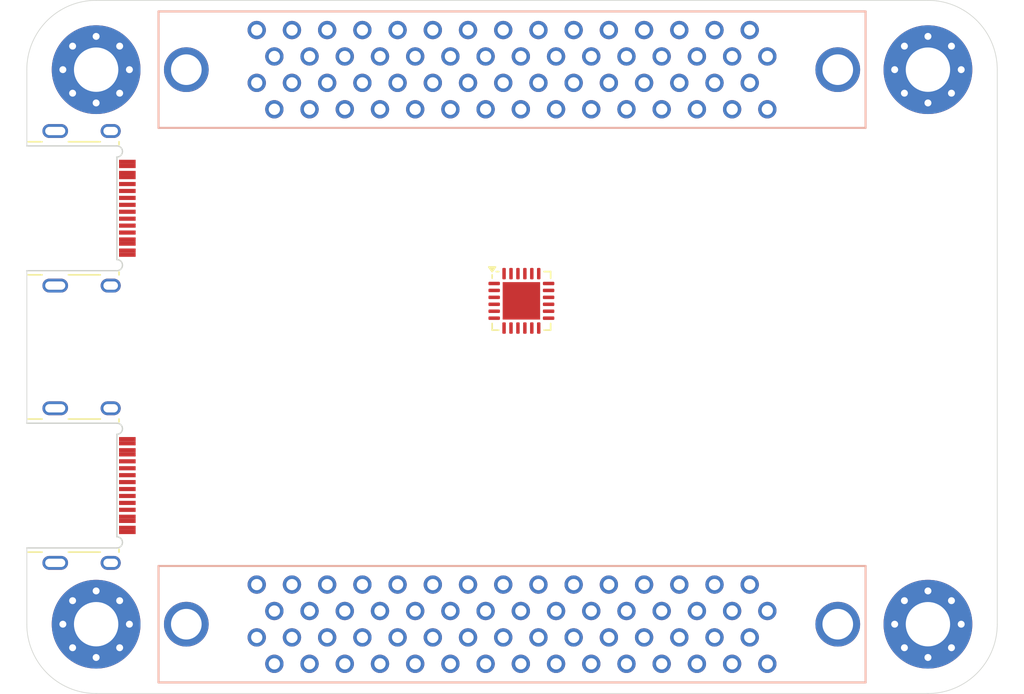
<source format=kicad_pcb>
(kicad_pcb (version 20240108) (generator "pcbnew") (generator_version "8.0")
  (layers (0 "F.Cu" signal) (1 "In1.Cu" signal) (2 "In2.Cu" signal) (31 "B.Cu" signal) (34 "B.Paste" user) (35 "F.Paste" user) (36 "B.SilkS" user "B.Silkscreen") (37 "F.SilkS" user "F.Silkscreen") (38 "B.Mask" user) (39 "F.Mask" user) (44 "Edge.Cuts" user))
  (net 0 "")
  (net 6 "Net-(J1-GND-PadA1)")
  (net 9 "Net-(J1-VBUS-PadA4)")
  (net 12 "Net-(J2-GND-PadA1)")
  (net 15 "Net-(J2-VBUS-PadA4)")
  (net 26 "Net-(U1-GND-Pad10)")
  (net 47 "GND")
  (footprint "MountingHole:MountingHole_3.2mm_M3_Pad_Via" (layer "F.Cu") (at 165 85)
    (property "Reference" "H2" (hide yes))
    (property "Value" "MountingHole_Pad")
    (pad "1" thru_hole circle (at -2.4 0) (size 0.8 0.8) (drill 0.5) (layers "*.Cu" "*.Mask") (net 47 "GND"))
    (pad "1" thru_hole circle (at -1.697056 -1.697056) (size 0.8 0.8) (drill 0.5) (layers "*.Cu" "*.Mask") (net 47 "GND"))
    (pad "1" thru_hole circle (at -1.697056 1.697056) (size 0.8 0.8) (drill 0.5) (layers "*.Cu" "*.Mask") (net 47 "GND"))
    (pad "1" thru_hole circle (at 0 -2.4) (size 0.8 0.8) (drill 0.5) (layers "*.Cu" "*.Mask") (net 47 "GND"))
    (pad "1" thru_hole circle (at 0 0) (size 6.4 6.4) (drill 3.2) (layers "*.Cu" "*.Mask") (net 47 "GND"))
    (pad "1" thru_hole circle (at 0 2.4) (size 0.8 0.8) (drill 0.5) (layers "*.Cu" "*.Mask") (net 47 "GND"))
    (pad "1" thru_hole circle (at 1.697056 -1.697056) (size 0.8 0.8) (drill 0.5) (layers "*.Cu" "*.Mask") (net 47 "GND"))
    (pad "1" thru_hole circle (at 1.697056 1.697056) (size 0.8 0.8) (drill 0.5) (layers "*.Cu" "*.Mask") (net 47 "GND"))
    (pad "1" thru_hole circle (at 2.4 0) (size 0.8 0.8) (drill 0.5) (layers "*.Cu" "*.Mask") (net 47 "GND"))
  )
  (footprint "MountingHole:MountingHole_3.2mm_M3_Pad_Via" (layer "F.Cu") (at 105 125)
    (property "Reference" "H4" (hide yes))
    (property "Value" "MountingHole_Pad")
    (pad "1" thru_hole circle (at -2.4 0) (size 0.8 0.8) (drill 0.5) (layers "*.Cu" "*.Mask") (net 47 "GND"))
    (pad "1" thru_hole circle (at -1.697056 -1.697056) (size 0.8 0.8) (drill 0.5) (layers "*.Cu" "*.Mask") (net 47 "GND"))
    (pad "1" thru_hole circle (at -1.697056 1.697056) (size 0.8 0.8) (drill 0.5) (layers "*.Cu" "*.Mask") (net 47 "GND"))
    (pad "1" thru_hole circle (at 0 -2.4) (size 0.8 0.8) (drill 0.5) (layers "*.Cu" "*.Mask") (net 47 "GND"))
    (pad "1" thru_hole circle (at 0 0) (size 6.4 6.4) (drill 3.2) (layers "*.Cu" "*.Mask") (net 47 "GND"))
    (pad "1" thru_hole circle (at 0 2.4) (size 0.8 0.8) (drill 0.5) (layers "*.Cu" "*.Mask") (net 47 "GND"))
    (pad "1" thru_hole circle (at 1.697056 -1.697056) (size 0.8 0.8) (drill 0.5) (layers "*.Cu" "*.Mask") (net 47 "GND"))
    (pad "1" thru_hole circle (at 1.697056 1.697056) (size 0.8 0.8) (drill 0.5) (layers "*.Cu" "*.Mask") (net 47 "GND"))
    (pad "1" thru_hole circle (at 2.4 0) (size 0.8 0.8) (drill 0.5) (layers "*.Cu" "*.Mask") (net 47 "GND"))
  )
  (footprint "Library:USB-C" (layer "F.Cu") (at 103.2 115 -90)
    (property "Reference" "J2" (hide yes))
    (property "Value" "USB-C" (hide yes))
    (fp_line (start -4.800001 3.1) (end -4.8 2.1) (stroke (width 0.12)) (layer "F.SilkS"))
    (fp_line (start 4.800001 3.1) (end 4.8 2.1) (stroke (width 0.12)) (layer "F.SilkS"))
    (fp_line (start -4.8 0.2) (end -4.8 -2.1) (stroke (width 0.12)) (layer "F.SilkS"))
    (fp_line (start 4.8 0.2) (end 4.8 -2.1) (stroke (width 0.12)) (layer "F.SilkS"))
    (fp_line (start -4.8 -3.45) (end -4.6 -3.45) (stroke (width 0.12)) (layer "F.SilkS"))
    (fp_line (start 4.6 -3.45) (end 4.8 -3.45) (stroke (width 0.12)) (layer "F.SilkS"))
    (fp_line (start -4.5 3.2) (end -4.5 -3.3) (stroke (width 0.1)) (layer "Edge.Cuts"))
    (fp_line (start -3.7 -3.299999) (end 3.7 -3.299999) (stroke (width 0.1)) (layer "Edge.Cuts"))
    (fp_line (start 4.5 -3.3) (end 4.5 3.2) (stroke (width 0.1)) (layer "Edge.Cuts"))
    (fp_arc (start 3.7 -3.299999) (mid 4.1 -3.7) (end 4.5 -3.3) (stroke (width 0.1)) (layer "Edge.Cuts"))
    (fp_arc (start -4.5 -3.3) (mid -4.099999 -3.7) (end -3.7 -3.299999) (stroke (width 0.1)) (layer "Edge.Cuts"))
    (pad "A1" smd rect (at -3.35 -4.05 270) (size 0.3 1.2) (layers "F.Cu" "F.Paste" "F.Mask") (net 12 "Net-(J2-GND-PadA1)"))
    (pad "A4" smd rect (at -2.55 -4.05 270) (size 0.3 1.2) (layers "F.Cu" "F.Paste" "F.Mask") (net 15 "Net-(J2-VBUS-PadA4)"))
    (pad "A5" smd rect (at -1.25 -4.05 270) (size 0.3 1.2) (layers "F.Cu" "F.Paste" "F.Mask"))
    (pad "A6" smd rect (at -0.25 -4.05 270) (size 0.3 1.2) (layers "F.Cu" "F.Paste" "F.Mask"))
    (pad "A7" smd rect (at 0.25 -4.05 270) (size 0.3 1.2) (layers "F.Cu" "F.Paste" "F.Mask"))
    (pad "A8" smd rect (at 1.25 -4.05 270) (size 0.3 1.2) (layers "F.Cu" "F.Paste" "F.Mask"))
    (pad "A9" smd rect (at 2.55 -4.05 270) (size 0.3 1.2) (layers "F.Cu" "F.Paste" "F.Mask") (net 15 "Net-(J2-VBUS-PadA4)"))
    (pad "A12" smd rect (at 3.35 -4.05 270) (size 0.3 1.2) (layers "F.Cu" "F.Paste" "F.Mask") (net 12 "Net-(J2-GND-PadA1)"))
    (pad "B1" smd rect (at 3.05 -4.05 270) (size 0.3 1.2) (layers "F.Cu" "F.Paste" "F.Mask") (net 12 "Net-(J2-GND-PadA1)"))
    (pad "B4" smd rect (at 2.25 -4.05 270) (size 0.3 1.2) (layers "F.Cu" "F.Paste" "F.Mask") (net 15 "Net-(J2-VBUS-PadA4)"))
    (pad "B5" smd rect (at 1.749999 -4.05 270) (size 0.3 1.2) (layers "F.Cu" "F.Paste" "F.Mask"))
    (pad "B6" smd rect (at 0.750001 -4.05 270) (size 0.3 1.2) (layers "F.Cu" "F.Paste" "F.Mask"))
    (pad "B7" smd rect (at -0.750001 -4.05 270) (size 0.3 1.2) (layers "F.Cu" "F.Paste" "F.Mask"))
    (pad "B8" smd rect (at -1.749999 -4.05 270) (size 0.3 1.2) (layers "F.Cu" "F.Paste" "F.Mask"))
    (pad "B9" smd rect (at -2.25 -4.05 270) (size 0.3 1.2) (layers "F.Cu" "F.Paste" "F.Mask") (net 15 "Net-(J2-VBUS-PadA4)"))
    (pad "B12" smd rect (at -3.05 -4.05 270) (size 0.3 1.2) (layers "F.Cu" "F.Paste" "F.Mask") (net 12 "Net-(J2-GND-PadA1)"))
    (pad "S1" thru_hole oval (at -5.575 -2.85 270) (size 1 1.45) (drill oval 0.6 1.05) (layers "*.Cu" "*.Mask"))
    (pad "S1" thru_hole oval (at -5.575 1.15 270) (size 1 1.85) (drill oval 0.6 1.45) (layers "*.Cu" "*.Mask"))
    (pad "S1" thru_hole oval (at 5.575 -2.85 270) (size 1 1.45) (drill oval 0.6 1.05) (layers "*.Cu" "*.Mask"))
    (pad "S1" thru_hole oval (at 5.575 1.15 270) (size 1 1.85) (drill oval 0.6 1.45) (layers "*.Cu" "*.Mask"))
  )
  (footprint "Library:USB-C" (layer "F.Cu") (at 103.2 95 -90)
    (property "Reference" "J1" (hide yes))
    (property "Value" "USB-C" (hide yes))
    (fp_line (start -4.800001 3.1) (end -4.8 2.1) (stroke (width 0.12)) (layer "F.SilkS"))
    (fp_line (start 4.800001 3.1) (end 4.8 2.1) (stroke (width 0.12)) (layer "F.SilkS"))
    (fp_line (start -4.8 0.2) (end -4.8 -2.1) (stroke (width 0.12)) (layer "F.SilkS"))
    (fp_line (start 4.8 0.2) (end 4.8 -2.1) (stroke (width 0.12)) (layer "F.SilkS"))
    (fp_line (start -4.8 -3.45) (end -4.6 -3.45) (stroke (width 0.12)) (layer "F.SilkS"))
    (fp_line (start 4.6 -3.45) (end 4.8 -3.45) (stroke (width 0.12)) (layer "F.SilkS"))
    (fp_line (start -4.5 3.2) (end -4.5 -3.3) (stroke (width 0.1)) (layer "Edge.Cuts"))
    (fp_line (start -3.7 -3.299999) (end 3.7 -3.299999) (stroke (width 0.1)) (layer "Edge.Cuts"))
    (fp_line (start 4.5 -3.3) (end 4.5 3.2) (stroke (width 0.1)) (layer "Edge.Cuts"))
    (fp_arc (start 3.7 -3.299999) (mid 4.1 -3.7) (end 4.5 -3.3) (stroke (width 0.1)) (layer "Edge.Cuts"))
    (fp_arc (start -4.5 -3.3) (mid -4.099999 -3.7) (end -3.7 -3.299999) (stroke (width 0.1)) (layer "Edge.Cuts"))
    (pad "A1" smd rect (at -3.35 -4.05 270) (size 0.3 1.2) (layers "F.Cu" "F.Paste" "F.Mask") (net 6 "Net-(J1-GND-PadA1)"))
    (pad "A4" smd rect (at -2.55 -4.05 270) (size 0.3 1.2) (layers "F.Cu" "F.Paste" "F.Mask") (net 9 "Net-(J1-VBUS-PadA4)"))
    (pad "A5" smd rect (at -1.25 -4.05 270) (size 0.3 1.2) (layers "F.Cu" "F.Paste" "F.Mask"))
    (pad "A6" smd rect (at -0.25 -4.05 270) (size 0.3 1.2) (layers "F.Cu" "F.Paste" "F.Mask"))
    (pad "A7" smd rect (at 0.25 -4.05 270) (size 0.3 1.2) (layers "F.Cu" "F.Paste" "F.Mask"))
    (pad "A8" smd rect (at 1.25 -4.05 270) (size 0.3 1.2) (layers "F.Cu" "F.Paste" "F.Mask"))
    (pad "A9" smd rect (at 2.55 -4.05 270) (size 0.3 1.2) (layers "F.Cu" "F.Paste" "F.Mask") (net 9 "Net-(J1-VBUS-PadA4)"))
    (pad "A12" smd rect (at 3.35 -4.05 270) (size 0.3 1.2) (layers "F.Cu" "F.Paste" "F.Mask") (net 6 "Net-(J1-GND-PadA1)"))
    (pad "B1" smd rect (at 3.05 -4.05 270) (size 0.3 1.2) (layers "F.Cu" "F.Paste" "F.Mask") (net 6 "Net-(J1-GND-PadA1)"))
    (pad "B4" smd rect (at 2.25 -4.05 270) (size 0.3 1.2) (layers "F.Cu" "F.Paste" "F.Mask") (net 9 "Net-(J1-VBUS-PadA4)"))
    (pad "B5" smd rect (at 1.749999 -4.05 270) (size 0.3 1.2) (layers "F.Cu" "F.Paste" "F.Mask"))
    (pad "B6" smd rect (at 0.750001 -4.05 270) (size 0.3 1.2) (layers "F.Cu" "F.Paste" "F.Mask"))
    (pad "B7" smd rect (at -0.750001 -4.05 270) (size 0.3 1.2) (layers "F.Cu" "F.Paste" "F.Mask"))
    (pad "B8" smd rect (at -1.749999 -4.05 270) (size 0.3 1.2) (layers "F.Cu" "F.Paste" "F.Mask"))
    (pad "B9" smd rect (at -2.25 -4.05 270) (size 0.3 1.2) (layers "F.Cu" "F.Paste" "F.Mask") (net 9 "Net-(J1-VBUS-PadA4)"))
    (pad "B12" smd rect (at -3.05 -4.05 270) (size 0.3 1.2) (layers "F.Cu" "F.Paste" "F.Mask") (net 6 "Net-(J1-GND-PadA1)"))
    (pad "S1" thru_hole oval (at -5.575 -2.85 270) (size 1 1.45) (drill oval 0.6 1.05) (layers "*.Cu" "*.Mask"))
    (pad "S1" thru_hole oval (at -5.575 1.15 270) (size 1 1.85) (drill oval 0.6 1.45) (layers "*.Cu" "*.Mask"))
    (pad "S1" thru_hole oval (at 5.575 -2.85 270) (size 1 1.45) (drill oval 0.6 1.05) (layers "*.Cu" "*.Mask"))
    (pad "S1" thru_hole oval (at 5.575 1.15 270) (size 1 1.85) (drill oval 0.6 1.45) (layers "*.Cu" "*.Mask"))
  )
  (footprint "MountingHole:MountingHole_3.2mm_M3_Pad_Via" (layer "F.Cu") (at 165 125)
    (property "Reference" "H3" (hide yes))
    (property "Value" "MountingHole_Pad")
    (pad "1" thru_hole circle (at -2.4 0) (size 0.8 0.8) (drill 0.5) (layers "*.Cu" "*.Mask") (net 47 "GND"))
    (pad "1" thru_hole circle (at -1.697056 -1.697056) (size 0.8 0.8) (drill 0.5) (layers "*.Cu" "*.Mask") (net 47 "GND"))
    (pad "1" thru_hole circle (at -1.697056 1.697056) (size 0.8 0.8) (drill 0.5) (layers "*.Cu" "*.Mask") (net 47 "GND"))
    (pad "1" thru_hole circle (at 0 -2.4) (size 0.8 0.8) (drill 0.5) (layers "*.Cu" "*.Mask") (net 47 "GND"))
    (pad "1" thru_hole circle (at 0 0) (size 6.4 6.4) (drill 3.2) (layers "*.Cu" "*.Mask") (net 47 "GND"))
    (pad "1" thru_hole circle (at 0 2.4) (size 0.8 0.8) (drill 0.5) (layers "*.Cu" "*.Mask") (net 47 "GND"))
    (pad "1" thru_hole circle (at 1.697056 -1.697056) (size 0.8 0.8) (drill 0.5) (layers "*.Cu" "*.Mask") (net 47 "GND"))
    (pad "1" thru_hole circle (at 1.697056 1.697056) (size 0.8 0.8) (drill 0.5) (layers "*.Cu" "*.Mask") (net 47 "GND"))
    (pad "1" thru_hole circle (at 2.4 0) (size 0.8 0.8) (drill 0.5) (layers "*.Cu" "*.Mask") (net 47 "GND"))
  )
  (footprint "MountingHole:MountingHole_3.2mm_M3_Pad_Via" (layer "F.Cu") (at 105 85)
    (property "Reference" "H1" (hide yes))
    (property "Value" "MountingHole_Pad")
    (pad "1" thru_hole circle (at -2.4 0) (size 0.8 0.8) (drill 0.5) (layers "*.Cu" "*.Mask") (net 47 "GND"))
    (pad "1" thru_hole circle (at -1.697056 -1.697056) (size 0.8 0.8) (drill 0.5) (layers "*.Cu" "*.Mask") (net 47 "GND"))
    (pad "1" thru_hole circle (at -1.697056 1.697056) (size 0.8 0.8) (drill 0.5) (layers "*.Cu" "*.Mask") (net 47 "GND"))
    (pad "1" thru_hole circle (at 0 -2.4) (size 0.8 0.8) (drill 0.5) (layers "*.Cu" "*.Mask") (net 47 "GND"))
    (pad "1" thru_hole circle (at 0 0) (size 6.4 6.4) (drill 3.2) (layers "*.Cu" "*.Mask") (net 47 "GND"))
    (pad "1" thru_hole circle (at 0 2.4) (size 0.8 0.8) (drill 0.5) (layers "*.Cu" "*.Mask") (net 47 "GND"))
    (pad "1" thru_hole circle (at 1.697056 -1.697056) (size 0.8 0.8) (drill 0.5) (layers "*.Cu" "*.Mask") (net 47 "GND"))
    (pad "1" thru_hole circle (at 1.697056 1.697056) (size 0.8 0.8) (drill 0.5) (layers "*.Cu" "*.Mask") (net 47 "GND"))
    (pad "1" thru_hole circle (at 2.4 0) (size 0.8 0.8) (drill 0.5) (layers "*.Cu" "*.Mask") (net 47 "GND"))
  )
  (footprint "Package_DFN_QFN:QFN-24-1EP_4x4mm_P0.5mm_EP2.7x2.7mm" (layer "F.Cu") (at 135.675 101.675)
    (property "Reference" "U1" (hide yes))
    (property "Value" "STUSB4500QTR")
    (fp_line (start -2.11 -1.635) (end -2.11 -1.87) (stroke (width 0.12)) (layer "F.SilkS"))
    (fp_line (start -2.11 2.11) (end -2.11 1.635) (stroke (width 0.12)) (layer "F.SilkS"))
    (fp_line (start -1.635 -2.11) (end -1.81 -2.11) (stroke (width 0.12)) (layer "F.SilkS"))
    (fp_line (start -1.635 2.11) (end -2.11 2.11) (stroke (width 0.12)) (layer "F.SilkS"))
    (fp_line (start 1.635 -2.11) (end 2.11 -2.11) (stroke (width 0.12)) (layer "F.SilkS"))
    (fp_line (start 1.635 2.11) (end 2.11 2.11) (stroke (width 0.12)) (layer "F.SilkS"))
    (fp_line (start 2.11 -2.11) (end 2.11 -1.635) (stroke (width 0.12)) (layer "F.SilkS"))
    (fp_line (start 2.11 2.11) (end 2.11 1.635) (stroke (width 0.12)) (layer "F.SilkS"))
    (fp_poly (pts (xy -2.11 -2.11) (xy -2.35 -2.44) (xy -1.87 -2.44) (xy -2.11 -2.11)) (stroke (width 0.12)) (fill solid) (layer "F.SilkS"))
    (pad "1" smd roundrect (at -1.9625 -1.25) (size 0.825 0.25) (layers "F.Cu" "F.Paste" "F.Mask"))
    (pad "2" smd roundrect (at -1.9625 -0.75) (size 0.825 0.25) (layers "F.Cu" "F.Paste" "F.Mask"))
    (pad "3" smd roundrect (at -1.9625 -0.25) (size 0.825 0.25) (layers "F.Cu" "F.Paste" "F.Mask"))
    (pad "4" smd roundrect (at -1.9625 0.25) (size 0.825 0.25) (layers "F.Cu" "F.Paste" "F.Mask"))
    (pad "5" smd roundrect (at -1.9625 0.75) (size 0.825 0.25) (layers "F.Cu" "F.Paste" "F.Mask"))
    (pad "6" smd roundrect (at -1.9625 1.25) (size 0.825 0.25) (layers "F.Cu" "F.Paste" "F.Mask"))
    (pad "7" smd roundrect (at -1.25 1.9625) (size 0.25 0.825) (layers "F.Cu" "F.Paste" "F.Mask"))
    (pad "8" smd roundrect (at -0.75 1.9625) (size 0.25 0.825) (layers "F.Cu" "F.Paste" "F.Mask"))
    (pad "9" smd roundrect (at -0.25 1.9625) (size 0.25 0.825) (layers "F.Cu" "F.Paste" "F.Mask"))
    (pad "10" smd roundrect (at 0.25 1.9625) (size 0.25 0.825) (layers "F.Cu" "F.Paste" "F.Mask") (net 26 "Net-(U1-GND-Pad10)"))
    (pad "11" smd roundrect (at 0.75 1.9625) (size 0.25 0.825) (layers "F.Cu" "F.Paste" "F.Mask"))
    (pad "12" smd roundrect (at 1.25 1.9625) (size 0.25 0.825) (layers "F.Cu" "F.Paste" "F.Mask"))
    (pad "13" smd roundrect (at 1.9625 1.25) (size 0.825 0.25) (layers "F.Cu" "F.Paste" "F.Mask"))
    (pad "14" smd roundrect (at 1.9625 0.75) (size 0.825 0.25) (layers "F.Cu" "F.Paste" "F.Mask"))
    (pad "15" smd roundrect (at 1.9625 0.25) (size 0.825 0.25) (layers "F.Cu" "F.Paste" "F.Mask"))
    (pad "16" smd roundrect (at 1.9625 -0.25) (size 0.825 0.25) (layers "F.Cu" "F.Paste" "F.Mask"))
    (pad "17" smd roundrect (at 1.9625 -0.75) (size 0.825 0.25) (layers "F.Cu" "F.Paste" "F.Mask"))
    (pad "18" smd roundrect (at 1.9625 -1.25) (size 0.825 0.25) (layers "F.Cu" "F.Paste" "F.Mask"))
    (pad "19" smd roundrect (at 1.25 -1.9625) (size 0.25 0.825) (layers "F.Cu" "F.Paste" "F.Mask"))
    (pad "20" smd roundrect (at 0.75 -1.9625) (size 0.25 0.825) (layers "F.Cu" "F.Paste" "F.Mask"))
    (pad "21" smd roundrect (at 0.25 -1.9625) (size 0.25 0.825) (layers "F.Cu" "F.Paste" "F.Mask"))
    (pad "22" smd roundrect (at -0.25 -1.9625) (size 0.25 0.825) (layers "F.Cu" "F.Paste" "F.Mask"))
    (pad "23" smd roundrect (at -0.75 -1.9625) (size 0.25 0.825) (layers "F.Cu" "F.Paste" "F.Mask"))
    (pad "24" smd roundrect (at -1.25 -1.9625) (size 0.25 0.825) (layers "F.Cu" "F.Paste" "F.Mask"))
    (pad "25" smd rect (at 0 0) (size 2.7 2.7) (property pad_prop_heatsink) (layers "F.Cu" "F.Mask") (net 26 "Net-(U1-GND-Pad10)"))
  )
  (footprint "Library:JAE_TX24-60R-6ST-H1E" (layer "B.Cu") (at 135 125 180)
    (property "Reference" "J4" (hide yes))
    (property "Value" "TX24-60R-6ST-H1E" (hide yes))
    (fp_line (start 25.5 4.2) (end 25.5 -4.2) (stroke (width 0.1524)) (layer "B.SilkS"))
    (fp_line (start 25.5 -4.2) (end -25.5 -4.2) (stroke (width 0.1524)) (layer "B.SilkS"))
    (fp_line (start -25.5 4.2) (end 25.5 4.2) (stroke (width 0.1524)) (layer "B.SilkS"))
    (fp_line (start -25.5 -4.2) (end -25.5 4.2) (stroke (width 0.1524)) (layer "B.SilkS"))
    (pad "1" thru_hole circle (at 18.415 2.8575 180) (size 1.3208 1.3208) (drill 0.8128) (layers "*.Cu" "*.Mask"))
    (pad "2" thru_hole circle (at 17.145 0.9525 180) (size 1.3208 1.3208) (drill 0.8128) (layers "*.Cu" "*.Mask"))
    (pad "3" thru_hole circle (at 15.875 2.8575 180) (size 1.3208 1.3208) (drill 0.8128) (layers "*.Cu" "*.Mask"))
    (pad "4" thru_hole circle (at 14.605 0.9525 180) (size 1.3208 1.3208) (drill 0.8128) (layers "*.Cu" "*.Mask"))
    (pad "5" thru_hole circle (at 13.335 2.8575 180) (size 1.3208 1.3208) (drill 0.8128) (layers "*.Cu" "*.Mask"))
    (pad "6" thru_hole circle (at 12.065 0.9525 180) (size 1.3208 1.3208) (drill 0.8128) (layers "*.Cu" "*.Mask"))
    (pad "7" thru_hole circle (at 10.795 2.8575 180) (size 1.3208 1.3208) (drill 0.8128) (layers "*.Cu" "*.Mask"))
    (pad "8" thru_hole circle (at 9.525 0.9525 180) (size 1.3208 1.3208) (drill 0.8128) (layers "*.Cu" "*.Mask"))
    (pad "9" thru_hole circle (at 8.255 2.8575 180) (size 1.3208 1.3208) (drill 0.8128) (layers "*.Cu" "*.Mask"))
    (pad "10" thru_hole circle (at 6.985 0.9525 180) (size 1.3208 1.3208) (drill 0.8128) (layers "*.Cu" "*.Mask"))
    (pad "11" thru_hole circle (at 5.715 2.8575 180) (size 1.3208 1.3208) (drill 0.8128) (layers "*.Cu" "*.Mask"))
    (pad "12" thru_hole circle (at 4.445 0.9525 180) (size 1.3208 1.3208) (drill 0.8128) (layers "*.Cu" "*.Mask"))
    (pad "13" thru_hole circle (at 3.175 2.8575 180) (size 1.3208 1.3208) (drill 0.8128) (layers "*.Cu" "*.Mask"))
    (pad "14" thru_hole circle (at 1.905 0.9525 180) (size 1.3208 1.3208) (drill 0.8128) (layers "*.Cu" "*.Mask"))
    (pad "15" thru_hole circle (at 0.635 2.8575 180) (size 1.3208 1.3208) (drill 0.8128) (layers "*.Cu" "*.Mask"))
    (pad "16" thru_hole circle (at -0.635 0.9525 180) (size 1.3208 1.3208) (drill 0.8128) (layers "*.Cu" "*.Mask"))
    (pad "17" thru_hole circle (at -1.905 2.8575 180) (size 1.3208 1.3208) (drill 0.8128) (layers "*.Cu" "*.Mask"))
    (pad "18" thru_hole circle (at -3.175 0.9525 180) (size 1.3208 1.3208) (drill 0.8128) (layers "*.Cu" "*.Mask"))
    (pad "19" thru_hole circle (at -4.445 2.8575 180) (size 1.3208 1.3208) (drill 0.8128) (layers "*.Cu" "*.Mask"))
    (pad "20" thru_hole circle (at -5.715 0.9525 180) (size 1.3208 1.3208) (drill 0.8128) (layers "*.Cu" "*.Mask"))
    (pad "21" thru_hole circle (at -6.985 2.8575 180) (size 1.3208 1.3208) (drill 0.8128) (layers "*.Cu" "*.Mask"))
    (pad "22" thru_hole circle (at -8.255 0.9525 180) (size 1.3208 1.3208) (drill 0.8128) (layers "*.Cu" "*.Mask"))
    (pad "23" thru_hole circle (at -9.525 2.8575 180) (size 1.3208 1.3208) (drill 0.8128) (layers "*.Cu" "*.Mask"))
    (pad "24" thru_hole circle (at -10.795 0.9525 180) (size 1.3208 1.3208) (drill 0.8128) (layers "*.Cu" "*.Mask"))
    (pad "25" thru_hole circle (at -12.065 2.8575 180) (size 1.3208 1.3208) (drill 0.8128) (layers "*.Cu" "*.Mask"))
    (pad "26" thru_hole circle (at -13.335 0.9525 180) (size 1.3208 1.3208) (drill 0.8128) (layers "*.Cu" "*.Mask"))
    (pad "27" thru_hole circle (at -14.605 2.8575 180) (size 1.3208 1.3208) (drill 0.8128) (layers "*.Cu" "*.Mask"))
    (pad "28" thru_hole circle (at -15.875 0.9525 180) (size 1.3208 1.3208) (drill 0.8128) (layers "*.Cu" "*.Mask"))
    (pad "29" thru_hole circle (at -17.145 2.8575 180) (size 1.3208 1.3208) (drill 0.8128) (layers "*.Cu" "*.Mask"))
    (pad "30" thru_hole circle (at -18.415 0.9525 180) (size 1.3208 1.3208) (drill 0.8128) (layers "*.Cu" "*.Mask"))
    (pad "31" thru_hole circle (at 18.415 -0.9525 180) (size 1.3208 1.3208) (drill 0.8128) (layers "*.Cu" "*.Mask"))
    (pad "32" thru_hole circle (at 17.145 -2.8575 180) (size 1.3208 1.3208) (drill 0.8128) (layers "*.Cu" "*.Mask"))
    (pad "33" thru_hole circle (at 15.875 -0.9525 180) (size 1.3208 1.3208) (drill 0.8128) (layers "*.Cu" "*.Mask"))
    (pad "34" thru_hole circle (at 14.605 -2.8575 180) (size 1.3208 1.3208) (drill 0.8128) (layers "*.Cu" "*.Mask"))
    (pad "35" thru_hole circle (at 13.335 -0.9525 180) (size 1.3208 1.3208) (drill 0.8128) (layers "*.Cu" "*.Mask"))
    (pad "36" thru_hole circle (at 12.065 -2.8575 180) (size 1.3208 1.3208) (drill 0.8128) (layers "*.Cu" "*.Mask"))
    (pad "37" thru_hole circle (at 10.795 -0.9525 180) (size 1.3208 1.3208) (drill 0.8128) (layers "*.Cu" "*.Mask"))
    (pad "38" thru_hole circle (at 9.525 -2.8575 180) (size 1.3208 1.3208) (drill 0.8128) (layers "*.Cu" "*.Mask"))
    (pad "39" thru_hole circle (at 8.255 -0.9525 180) (size 1.3208 1.3208) (drill 0.8128) (layers "*.Cu" "*.Mask"))
    (pad "40" thru_hole circle (at 6.985 -2.8575 180) (size 1.3208 1.3208) (drill 0.8128) (layers "*.Cu" "*.Mask"))
    (pad "41" thru_hole circle (at 5.715 -0.9525 180) (size 1.3208 1.3208) (drill 0.8128) (layers "*.Cu" "*.Mask"))
    (pad "42" thru_hole circle (at 4.445 -2.8575 180) (size 1.3208 1.3208) (drill 0.8128) (layers "*.Cu" "*.Mask"))
    (pad "43" thru_hole circle (at 3.175 -0.9525 180) (size 1.3208 1.3208) (drill 0.8128) (layers "*.Cu" "*.Mask"))
    (pad "44" thru_hole circle (at 1.905 -2.8575 180) (size 1.3208 1.3208) (drill 0.8128) (layers "*.Cu" "*.Mask"))
    (pad "45" thru_hole circle (at 0.635 -0.9525 180) (size 1.3208 1.3208) (drill 0.8128) (layers "*.Cu" "*.Mask"))
    (pad "46" thru_hole circle (at -0.635 -2.8575 180) (size 1.3208 1.3208) (drill 0.8128) (layers "*.Cu" "*.Mask"))
    (pad "47" thru_hole circle (at -1.905 -0.9525 180) (size 1.3208 1.3208) (drill 0.8128) (layers "*.Cu" "*.Mask"))
    (pad "48" thru_hole circle (at -3.175 -2.8575 180) (size 1.3208 1.3208) (drill 0.8128) (layers "*.Cu" "*.Mask"))
    (pad "49" thru_hole circle (at -4.445 -0.9525 180) (size 1.3208 1.3208) (drill 0.8128) (layers "*.Cu" "*.Mask"))
    (pad "50" thru_hole circle (at -5.715 -2.8575 180) (size 1.3208 1.3208) (drill 0.8128) (layers "*.Cu" "*.Mask"))
    (pad "51" thru_hole circle (at -6.985 -0.9525 180) (size 1.3208 1.3208) (drill 0.8128) (layers "*.Cu" "*.Mask"))
    (pad "52" thru_hole circle (at -8.255 -2.8575 180) (size 1.3208 1.3208) (drill 0.8128) (layers "*.Cu" "*.Mask"))
    (pad "53" thru_hole circle (at -9.525 -0.9525 180) (size 1.3208 1.3208) (drill 0.8128) (layers "*.Cu" "*.Mask"))
    (pad "54" thru_hole circle (at -10.795 -2.8575 180) (size 1.3208 1.3208) (drill 0.8128) (layers "*.Cu" "*.Mask"))
    (pad "55" thru_hole circle (at -12.065 -0.9525 180) (size 1.3208 1.3208) (drill 0.8128) (layers "*.Cu" "*.Mask"))
    (pad "56" thru_hole circle (at -13.335 -2.8575 180) (size 1.3208 1.3208) (drill 0.8128) (layers "*.Cu" "*.Mask"))
    (pad "57" thru_hole circle (at -14.605 -0.9525 180) (size 1.3208 1.3208) (drill 0.8128) (layers "*.Cu" "*.Mask"))
    (pad "58" thru_hole circle (at -15.875 -2.8575 180) (size 1.3208 1.3208) (drill 0.8128) (layers "*.Cu" "*.Mask"))
    (pad "59" thru_hole circle (at -17.145 -0.9525 180) (size 1.3208 1.3208) (drill 0.8128) (layers "*.Cu" "*.Mask"))
    (pad "60" thru_hole circle (at -18.415 -2.8575 180) (size 1.3208 1.3208) (drill 0.8128) (layers "*.Cu" "*.Mask"))
    (pad "61" thru_hole circle (at -23.495 0 180) (size 3.2258 3.2258) (drill 2.2098) (layers "*.Cu" "*.Mask"))
    (pad "62" thru_hole circle (at 23.495 0 180) (size 3.2258 3.2258) (drill 2.2098) (layers "*.Cu" "*.Mask"))
  )
  (footprint "Library:JAE_TX24-60R-6ST-H1E" (layer "B.Cu") (at 135 85 180)
    (property "Reference" "J3" (hide yes))
    (property "Value" "TX24-60R-6ST-H1E" (hide yes))
    (fp_line (start 25.5 4.2) (end 25.5 -4.2) (stroke (width 0.1524)) (layer "B.SilkS"))
    (fp_line (start 25.5 -4.2) (end -25.5 -4.2) (stroke (width 0.1524)) (layer "B.SilkS"))
    (fp_line (start -25.5 4.2) (end 25.5 4.2) (stroke (width 0.1524)) (layer "B.SilkS"))
    (fp_line (start -25.5 -4.2) (end -25.5 4.2) (stroke (width 0.1524)) (layer "B.SilkS"))
    (pad "1" thru_hole circle (at 18.415 2.8575 180) (size 1.3208 1.3208) (drill 0.8128) (layers "*.Cu" "*.Mask"))
    (pad "2" thru_hole circle (at 17.145 0.9525 180) (size 1.3208 1.3208) (drill 0.8128) (layers "*.Cu" "*.Mask"))
    (pad "3" thru_hole circle (at 15.875 2.8575 180) (size 1.3208 1.3208) (drill 0.8128) (layers "*.Cu" "*.Mask"))
    (pad "4" thru_hole circle (at 14.605 0.9525 180) (size 1.3208 1.3208) (drill 0.8128) (layers "*.Cu" "*.Mask"))
    (pad "5" thru_hole circle (at 13.335 2.8575 180) (size 1.3208 1.3208) (drill 0.8128) (layers "*.Cu" "*.Mask"))
    (pad "6" thru_hole circle (at 12.065 0.9525 180) (size 1.3208 1.3208) (drill 0.8128) (layers "*.Cu" "*.Mask"))
    (pad "7" thru_hole circle (at 10.795 2.8575 180) (size 1.3208 1.3208) (drill 0.8128) (layers "*.Cu" "*.Mask"))
    (pad "8" thru_hole circle (at 9.525 0.9525 180) (size 1.3208 1.3208) (drill 0.8128) (layers "*.Cu" "*.Mask"))
    (pad "9" thru_hole circle (at 8.255 2.8575 180) (size 1.3208 1.3208) (drill 0.8128) (layers "*.Cu" "*.Mask"))
    (pad "10" thru_hole circle (at 6.985 0.9525 180) (size 1.3208 1.3208) (drill 0.8128) (layers "*.Cu" "*.Mask"))
    (pad "11" thru_hole circle (at 5.715 2.8575 180) (size 1.3208 1.3208) (drill 0.8128) (layers "*.Cu" "*.Mask"))
    (pad "12" thru_hole circle (at 4.445 0.9525 180) (size 1.3208 1.3208) (drill 0.8128) (layers "*.Cu" "*.Mask"))
    (pad "13" thru_hole circle (at 3.175 2.8575 180) (size 1.3208 1.3208) (drill 0.8128) (layers "*.Cu" "*.Mask"))
    (pad "14" thru_hole circle (at 1.905 0.9525 180) (size 1.3208 1.3208) (drill 0.8128) (layers "*.Cu" "*.Mask"))
    (pad "15" thru_hole circle (at 0.635 2.8575 180) (size 1.3208 1.3208) (drill 0.8128) (layers "*.Cu" "*.Mask"))
    (pad "16" thru_hole circle (at -0.635 0.9525 180) (size 1.3208 1.3208) (drill 0.8128) (layers "*.Cu" "*.Mask"))
    (pad "17" thru_hole circle (at -1.905 2.8575 180) (size 1.3208 1.3208) (drill 0.8128) (layers "*.Cu" "*.Mask"))
    (pad "18" thru_hole circle (at -3.175 0.9525 180) (size 1.3208 1.3208) (drill 0.8128) (layers "*.Cu" "*.Mask"))
    (pad "19" thru_hole circle (at -4.445 2.8575 180) (size 1.3208 1.3208) (drill 0.8128) (layers "*.Cu" "*.Mask"))
    (pad "20" thru_hole circle (at -5.715 0.9525 180) (size 1.3208 1.3208) (drill 0.8128) (layers "*.Cu" "*.Mask"))
    (pad "21" thru_hole circle (at -6.985 2.8575 180) (size 1.3208 1.3208) (drill 0.8128) (layers "*.Cu" "*.Mask"))
    (pad "22" thru_hole circle (at -8.255 0.9525 180) (size 1.3208 1.3208) (drill 0.8128) (layers "*.Cu" "*.Mask"))
    (pad "23" thru_hole circle (at -9.525 2.8575 180) (size 1.3208 1.3208) (drill 0.8128) (layers "*.Cu" "*.Mask"))
    (pad "24" thru_hole circle (at -10.795 0.9525 180) (size 1.3208 1.3208) (drill 0.8128) (layers "*.Cu" "*.Mask"))
    (pad "25" thru_hole circle (at -12.065 2.8575 180) (size 1.3208 1.3208) (drill 0.8128) (layers "*.Cu" "*.Mask"))
    (pad "26" thru_hole circle (at -13.335 0.9525 180) (size 1.3208 1.3208) (drill 0.8128) (layers "*.Cu" "*.Mask"))
    (pad "27" thru_hole circle (at -14.605 2.8575 180) (size 1.3208 1.3208) (drill 0.8128) (layers "*.Cu" "*.Mask"))
    (pad "28" thru_hole circle (at -15.875 0.9525 180) (size 1.3208 1.3208) (drill 0.8128) (layers "*.Cu" "*.Mask"))
    (pad "29" thru_hole circle (at -17.145 2.8575 180) (size 1.3208 1.3208) (drill 0.8128) (layers "*.Cu" "*.Mask"))
    (pad "30" thru_hole circle (at -18.415 0.9525 180) (size 1.3208 1.3208) (drill 0.8128) (layers "*.Cu" "*.Mask"))
    (pad "31" thru_hole circle (at 18.415 -0.9525 180) (size 1.3208 1.3208) (drill 0.8128) (layers "*.Cu" "*.Mask"))
    (pad "32" thru_hole circle (at 17.145 -2.8575 180) (size 1.3208 1.3208) (drill 0.8128) (layers "*.Cu" "*.Mask"))
    (pad "33" thru_hole circle (at 15.875 -0.9525 180) (size 1.3208 1.3208) (drill 0.8128) (layers "*.Cu" "*.Mask"))
    (pad "34" thru_hole circle (at 14.605 -2.8575 180) (size 1.3208 1.3208) (drill 0.8128) (layers "*.Cu" "*.Mask"))
    (pad "35" thru_hole circle (at 13.335 -0.9525 180) (size 1.3208 1.3208) (drill 0.8128) (layers "*.Cu" "*.Mask"))
    (pad "36" thru_hole circle (at 12.065 -2.8575 180) (size 1.3208 1.3208) (drill 0.8128) (layers "*.Cu" "*.Mask"))
    (pad "37" thru_hole circle (at 10.795 -0.9525 180) (size 1.3208 1.3208) (drill 0.8128) (layers "*.Cu" "*.Mask"))
    (pad "38" thru_hole circle (at 9.525 -2.8575 180) (size 1.3208 1.3208) (drill 0.8128) (layers "*.Cu" "*.Mask"))
    (pad "39" thru_hole circle (at 8.255 -0.9525 180) (size 1.3208 1.3208) (drill 0.8128) (layers "*.Cu" "*.Mask"))
    (pad "40" thru_hole circle (at 6.985 -2.8575 180) (size 1.3208 1.3208) (drill 0.8128) (layers "*.Cu" "*.Mask"))
    (pad "41" thru_hole circle (at 5.715 -0.9525 180) (size 1.3208 1.3208) (drill 0.8128) (layers "*.Cu" "*.Mask"))
    (pad "42" thru_hole circle (at 4.445 -2.8575 180) (size 1.3208 1.3208) (drill 0.8128) (layers "*.Cu" "*.Mask"))
    (pad "43" thru_hole circle (at 3.175 -0.9525 180) (size 1.3208 1.3208) (drill 0.8128) (layers "*.Cu" "*.Mask"))
    (pad "44" thru_hole circle (at 1.905 -2.8575 180) (size 1.3208 1.3208) (drill 0.8128) (layers "*.Cu" "*.Mask"))
    (pad "45" thru_hole circle (at 0.635 -0.9525 180) (size 1.3208 1.3208) (drill 0.8128) (layers "*.Cu" "*.Mask"))
    (pad "46" thru_hole circle (at -0.635 -2.8575 180) (size 1.3208 1.3208) (drill 0.8128) (layers "*.Cu" "*.Mask"))
    (pad "47" thru_hole circle (at -1.905 -0.9525 180) (size 1.3208 1.3208) (drill 0.8128) (layers "*.Cu" "*.Mask"))
    (pad "48" thru_hole circle (at -3.175 -2.8575 180) (size 1.3208 1.3208) (drill 0.8128) (layers "*.Cu" "*.Mask"))
    (pad "49" thru_hole circle (at -4.445 -0.9525 180) (size 1.3208 1.3208) (drill 0.8128) (layers "*.Cu" "*.Mask"))
    (pad "50" thru_hole circle (at -5.715 -2.8575 180) (size 1.3208 1.3208) (drill 0.8128) (layers "*.Cu" "*.Mask"))
    (pad "51" thru_hole circle (at -6.985 -0.9525 180) (size 1.3208 1.3208) (drill 0.8128) (layers "*.Cu" "*.Mask"))
    (pad "52" thru_hole circle (at -8.255 -2.8575 180) (size 1.3208 1.3208) (drill 0.8128) (layers "*.Cu" "*.Mask"))
    (pad "53" thru_hole circle (at -9.525 -0.9525 180) (size 1.3208 1.3208) (drill 0.8128) (layers "*.Cu" "*.Mask"))
    (pad "54" thru_hole circle (at -10.795 -2.8575 180) (size 1.3208 1.3208) (drill 0.8128) (layers "*.Cu" "*.Mask"))
    (pad "55" thru_hole circle (at -12.065 -0.9525 180) (size 1.3208 1.3208) (drill 0.8128) (layers "*.Cu" "*.Mask"))
    (pad "56" thru_hole circle (at -13.335 -2.8575 180) (size 1.3208 1.3208) (drill 0.8128) (layers "*.Cu" "*.Mask"))
    (pad "57" thru_hole circle (at -14.605 -0.9525 180) (size 1.3208 1.3208) (drill 0.8128) (layers "*.Cu" "*.Mask"))
    (pad "58" thru_hole circle (at -15.875 -2.8575 180) (size 1.3208 1.3208) (drill 0.8128) (layers "*.Cu" "*.Mask"))
    (pad "59" thru_hole circle (at -17.145 -0.9525 180) (size 1.3208 1.3208) (drill 0.8128) (layers "*.Cu" "*.Mask"))
    (pad "60" thru_hole circle (at -18.415 -2.8575 180) (size 1.3208 1.3208) (drill 0.8128) (layers "*.Cu" "*.Mask"))
    (pad "61" thru_hole circle (at -23.495 0 180) (size 3.2258 3.2258) (drill 2.2098) (layers "*.Cu" "*.Mask"))
    (pad "62" thru_hole circle (at 23.495 0 180) (size 3.2258 3.2258) (drill 2.2098) (layers "*.Cu" "*.Mask"))
  )
  (gr_line (start 100 90.5) (end 100 85) (stroke (width 0.05)) (layer "Edge.Cuts"))
  (gr_line (start 170 85) (end 170 125) (stroke (width 0.05)) (layer "Edge.Cuts"))
  (gr_arc (start 100 85) (mid 101.464466 81.464466) (end 105 80) (stroke (width 0.05)) (layer "Edge.Cuts"))
  (gr_line (start 100 119.5) (end 100 125) (stroke (width 0.05)) (layer "Edge.Cuts"))
  (gr_arc (start 170 125) (mid 168.535534 128.535534) (end 165 130) (stroke (width 0.05)) (layer "Edge.Cuts"))
  (gr_line (start 105 130) (end 165 130) (stroke (width 0.05)) (layer "Edge.Cuts"))
  (gr_line (start 100 110.5) (end 100 99.5) (stroke (width 0.05)) (layer "Edge.Cuts"))
  (gr_line (start 105 80) (end 165 80) (stroke (width 0.05)) (layer "Edge.Cuts"))
  (gr_arc (start 105 130) (mid 101.464466 128.535534) (end 100 125) (stroke (width 0.05)) (layer "Edge.Cuts"))
  (gr_arc (start 165 80) (mid 168.535534 81.464466) (end 170 85) (stroke (width 0.05)) (layer "Edge.Cuts"))
)
</source>
